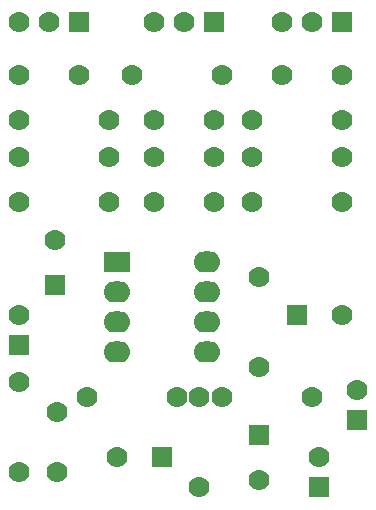
<source format=gbs>
%FSLAX46Y46*%
G04 Gerber Fmt 4.6, Leading zero omitted, Abs format (unit mm)*
G04 Created by KiCad (PCBNEW (2014-08-26 BZR 5101)-product) date 01/09/2014 17:28:49*
%MOMM*%
G01*
G04 APERTURE LIST*
%ADD10C,0.100000*%
%ADD11C,1.778000*%
%ADD12R,1.778000X1.778000*%
%ADD13R,2.286000X1.778000*%
%ADD14O,2.286000X1.778000*%
G04 APERTURE END LIST*
D10*
D11*
X120015000Y-120015000D03*
X120015000Y-114935000D03*
D12*
X119888000Y-104140000D03*
D11*
X119888000Y-100330000D03*
X128270000Y-90170000D03*
X133350000Y-90170000D03*
X128270000Y-93345000D03*
X133350000Y-93345000D03*
X139065000Y-86360000D03*
X144145000Y-86360000D03*
X116840000Y-86360000D03*
X121920000Y-86360000D03*
D12*
X140335000Y-106680000D03*
D11*
X144145000Y-106680000D03*
D12*
X128905000Y-118745000D03*
D11*
X125095000Y-118745000D03*
D12*
X137160000Y-116840000D03*
D11*
X137160000Y-120650000D03*
D12*
X116840000Y-109220000D03*
D11*
X116840000Y-106680000D03*
D12*
X145415000Y-115570000D03*
D11*
X145415000Y-113030000D03*
D12*
X142240000Y-121285000D03*
D11*
X142240000Y-118745000D03*
X116840000Y-120015000D03*
X116840000Y-112395000D03*
X130175000Y-113665000D03*
X122555000Y-113665000D03*
X124460000Y-90170000D03*
X116840000Y-90170000D03*
X124460000Y-93345000D03*
X116840000Y-93345000D03*
X116840000Y-97155000D03*
X124460000Y-97155000D03*
X133985000Y-86360000D03*
X126365000Y-86360000D03*
X144145000Y-90170000D03*
X136525000Y-90170000D03*
X144145000Y-93345000D03*
X136525000Y-93345000D03*
X144145000Y-97155000D03*
X136525000Y-97155000D03*
X137160000Y-111125000D03*
X137160000Y-103505000D03*
X133985000Y-113665000D03*
X141605000Y-113665000D03*
X132080000Y-121285000D03*
X132080000Y-113665000D03*
D12*
X144145000Y-81915000D03*
D11*
X141605000Y-81915000D03*
X139065000Y-81915000D03*
D12*
X133350000Y-81915000D03*
D11*
X130810000Y-81915000D03*
X128270000Y-81915000D03*
D12*
X121920000Y-81915000D03*
D11*
X119380000Y-81915000D03*
X116840000Y-81915000D03*
D13*
X125095000Y-102235000D03*
D14*
X125095000Y-104775000D03*
X125095000Y-107315000D03*
X125095000Y-109855000D03*
X132715000Y-109855000D03*
X132715000Y-107315000D03*
X132715000Y-104775000D03*
X132715000Y-102235000D03*
D11*
X128270000Y-97155000D03*
X133350000Y-97155000D03*
M02*

</source>
